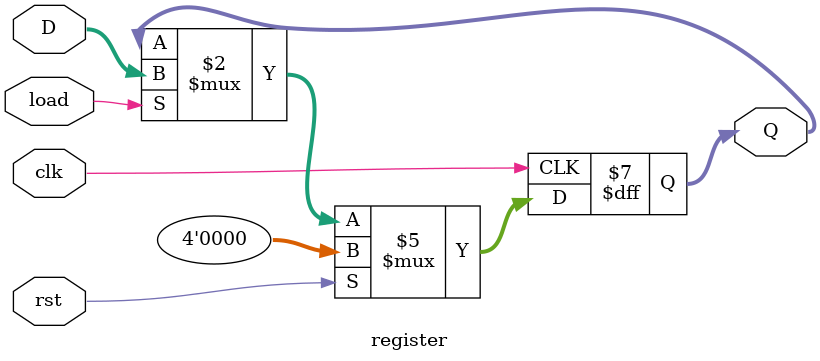
<source format=v>
`timescale 1ns / 1ps


module register(
    input clk,
    input rst,
    input load,
    input [3:0] D,
    output reg [3:0] Q
    );
    
    always @(posedge clk) begin
        if (rst) begin
            Q <= 4'b0000;
        end else if (load) begin
            Q <= D;
        end
    end
    
endmodule

</source>
